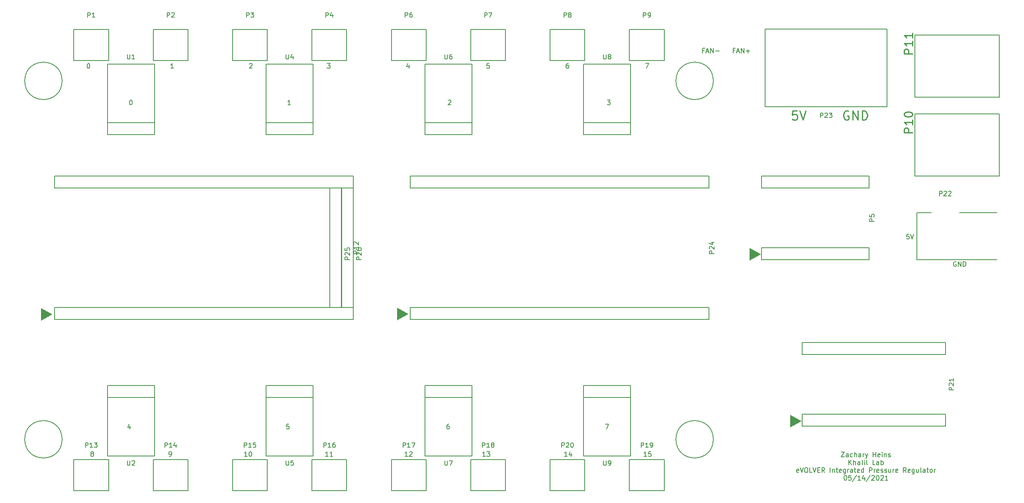
<source format=gbr>
G04 #@! TF.GenerationSoftware,KiCad,Pcbnew,(5.1.9-0-10_14)*
G04 #@! TF.CreationDate,2021-05-14T17:34:44-04:00*
G04 #@! TF.ProjectId,pressure_module,70726573-7375-4726-955f-6d6f64756c65,rev?*
G04 #@! TF.SameCoordinates,Original*
G04 #@! TF.FileFunction,Legend,Top*
G04 #@! TF.FilePolarity,Positive*
%FSLAX46Y46*%
G04 Gerber Fmt 4.6, Leading zero omitted, Abs format (unit mm)*
G04 Created by KiCad (PCBNEW (5.1.9-0-10_14)) date 2021-05-14 17:34:44*
%MOMM*%
%LPD*%
G01*
G04 APERTURE LIST*
%ADD10C,0.150000*%
%ADD11C,0.254000*%
%ADD12C,0.100000*%
%ADD13C,0.215900*%
G04 APERTURE END LIST*
D10*
X198825504Y-117043180D02*
X199492171Y-117043180D01*
X198825504Y-118043180D01*
X199492171Y-118043180D01*
X200301695Y-118043180D02*
X200301695Y-117519371D01*
X200254076Y-117424133D01*
X200158838Y-117376514D01*
X199968361Y-117376514D01*
X199873123Y-117424133D01*
X200301695Y-117995561D02*
X200206457Y-118043180D01*
X199968361Y-118043180D01*
X199873123Y-117995561D01*
X199825504Y-117900323D01*
X199825504Y-117805085D01*
X199873123Y-117709847D01*
X199968361Y-117662228D01*
X200206457Y-117662228D01*
X200301695Y-117614609D01*
X201206457Y-117995561D02*
X201111219Y-118043180D01*
X200920742Y-118043180D01*
X200825504Y-117995561D01*
X200777885Y-117947942D01*
X200730266Y-117852704D01*
X200730266Y-117566990D01*
X200777885Y-117471752D01*
X200825504Y-117424133D01*
X200920742Y-117376514D01*
X201111219Y-117376514D01*
X201206457Y-117424133D01*
X201635028Y-118043180D02*
X201635028Y-117043180D01*
X202063600Y-118043180D02*
X202063600Y-117519371D01*
X202015980Y-117424133D01*
X201920742Y-117376514D01*
X201777885Y-117376514D01*
X201682647Y-117424133D01*
X201635028Y-117471752D01*
X202968361Y-118043180D02*
X202968361Y-117519371D01*
X202920742Y-117424133D01*
X202825504Y-117376514D01*
X202635028Y-117376514D01*
X202539790Y-117424133D01*
X202968361Y-117995561D02*
X202873123Y-118043180D01*
X202635028Y-118043180D01*
X202539790Y-117995561D01*
X202492171Y-117900323D01*
X202492171Y-117805085D01*
X202539790Y-117709847D01*
X202635028Y-117662228D01*
X202873123Y-117662228D01*
X202968361Y-117614609D01*
X203444552Y-118043180D02*
X203444552Y-117376514D01*
X203444552Y-117566990D02*
X203492171Y-117471752D01*
X203539790Y-117424133D01*
X203635028Y-117376514D01*
X203730266Y-117376514D01*
X203968361Y-117376514D02*
X204206457Y-118043180D01*
X204444552Y-117376514D02*
X204206457Y-118043180D01*
X204111219Y-118281276D01*
X204063600Y-118328895D01*
X203968361Y-118376514D01*
X205587409Y-118043180D02*
X205587409Y-117043180D01*
X205587409Y-117519371D02*
X206158838Y-117519371D01*
X206158838Y-118043180D02*
X206158838Y-117043180D01*
X207015980Y-117995561D02*
X206920742Y-118043180D01*
X206730266Y-118043180D01*
X206635028Y-117995561D01*
X206587409Y-117900323D01*
X206587409Y-117519371D01*
X206635028Y-117424133D01*
X206730266Y-117376514D01*
X206920742Y-117376514D01*
X207015980Y-117424133D01*
X207063600Y-117519371D01*
X207063600Y-117614609D01*
X206587409Y-117709847D01*
X207492171Y-118043180D02*
X207492171Y-117376514D01*
X207492171Y-117043180D02*
X207444552Y-117090800D01*
X207492171Y-117138419D01*
X207539790Y-117090800D01*
X207492171Y-117043180D01*
X207492171Y-117138419D01*
X207968361Y-117376514D02*
X207968361Y-118043180D01*
X207968361Y-117471752D02*
X208015980Y-117424133D01*
X208111219Y-117376514D01*
X208254076Y-117376514D01*
X208349314Y-117424133D01*
X208396933Y-117519371D01*
X208396933Y-118043180D01*
X208825504Y-117995561D02*
X208920742Y-118043180D01*
X209111219Y-118043180D01*
X209206457Y-117995561D01*
X209254076Y-117900323D01*
X209254076Y-117852704D01*
X209206457Y-117757466D01*
X209111219Y-117709847D01*
X208968361Y-117709847D01*
X208873123Y-117662228D01*
X208825504Y-117566990D01*
X208825504Y-117519371D01*
X208873123Y-117424133D01*
X208968361Y-117376514D01*
X209111219Y-117376514D01*
X209206457Y-117424133D01*
X200444552Y-119693180D02*
X200444552Y-118693180D01*
X201015980Y-119693180D02*
X200587409Y-119121752D01*
X201015980Y-118693180D02*
X200444552Y-119264609D01*
X201444552Y-119693180D02*
X201444552Y-118693180D01*
X201873123Y-119693180D02*
X201873123Y-119169371D01*
X201825504Y-119074133D01*
X201730266Y-119026514D01*
X201587409Y-119026514D01*
X201492171Y-119074133D01*
X201444552Y-119121752D01*
X202777885Y-119693180D02*
X202777885Y-119169371D01*
X202730266Y-119074133D01*
X202635028Y-119026514D01*
X202444552Y-119026514D01*
X202349314Y-119074133D01*
X202777885Y-119645561D02*
X202682647Y-119693180D01*
X202444552Y-119693180D01*
X202349314Y-119645561D01*
X202301695Y-119550323D01*
X202301695Y-119455085D01*
X202349314Y-119359847D01*
X202444552Y-119312228D01*
X202682647Y-119312228D01*
X202777885Y-119264609D01*
X203396933Y-119693180D02*
X203301695Y-119645561D01*
X203254076Y-119550323D01*
X203254076Y-118693180D01*
X203777885Y-119693180D02*
X203777885Y-119026514D01*
X203777885Y-118693180D02*
X203730266Y-118740800D01*
X203777885Y-118788419D01*
X203825504Y-118740800D01*
X203777885Y-118693180D01*
X203777885Y-118788419D01*
X204396933Y-119693180D02*
X204301695Y-119645561D01*
X204254076Y-119550323D01*
X204254076Y-118693180D01*
X206015980Y-119693180D02*
X205539790Y-119693180D01*
X205539790Y-118693180D01*
X206777885Y-119693180D02*
X206777885Y-119169371D01*
X206730266Y-119074133D01*
X206635028Y-119026514D01*
X206444552Y-119026514D01*
X206349314Y-119074133D01*
X206777885Y-119645561D02*
X206682647Y-119693180D01*
X206444552Y-119693180D01*
X206349314Y-119645561D01*
X206301695Y-119550323D01*
X206301695Y-119455085D01*
X206349314Y-119359847D01*
X206444552Y-119312228D01*
X206682647Y-119312228D01*
X206777885Y-119264609D01*
X207254076Y-119693180D02*
X207254076Y-118693180D01*
X207254076Y-119074133D02*
X207349314Y-119026514D01*
X207539790Y-119026514D01*
X207635028Y-119074133D01*
X207682647Y-119121752D01*
X207730266Y-119216990D01*
X207730266Y-119502704D01*
X207682647Y-119597942D01*
X207635028Y-119645561D01*
X207539790Y-119693180D01*
X207349314Y-119693180D01*
X207254076Y-119645561D01*
X189754076Y-121295561D02*
X189658838Y-121343180D01*
X189468361Y-121343180D01*
X189373123Y-121295561D01*
X189325504Y-121200323D01*
X189325504Y-120819371D01*
X189373123Y-120724133D01*
X189468361Y-120676514D01*
X189658838Y-120676514D01*
X189754076Y-120724133D01*
X189801695Y-120819371D01*
X189801695Y-120914609D01*
X189325504Y-121009847D01*
X190087409Y-120343180D02*
X190420742Y-121343180D01*
X190754076Y-120343180D01*
X191277885Y-120343180D02*
X191468361Y-120343180D01*
X191563600Y-120390800D01*
X191658838Y-120486038D01*
X191706457Y-120676514D01*
X191706457Y-121009847D01*
X191658838Y-121200323D01*
X191563600Y-121295561D01*
X191468361Y-121343180D01*
X191277885Y-121343180D01*
X191182647Y-121295561D01*
X191087409Y-121200323D01*
X191039790Y-121009847D01*
X191039790Y-120676514D01*
X191087409Y-120486038D01*
X191182647Y-120390800D01*
X191277885Y-120343180D01*
X192611219Y-121343180D02*
X192135028Y-121343180D01*
X192135028Y-120343180D01*
X192801695Y-120343180D02*
X193135028Y-121343180D01*
X193468361Y-120343180D01*
X193801695Y-120819371D02*
X194135028Y-120819371D01*
X194277885Y-121343180D02*
X193801695Y-121343180D01*
X193801695Y-120343180D01*
X194277885Y-120343180D01*
X195277885Y-121343180D02*
X194944552Y-120866990D01*
X194706457Y-121343180D02*
X194706457Y-120343180D01*
X195087409Y-120343180D01*
X195182647Y-120390800D01*
X195230266Y-120438419D01*
X195277885Y-120533657D01*
X195277885Y-120676514D01*
X195230266Y-120771752D01*
X195182647Y-120819371D01*
X195087409Y-120866990D01*
X194706457Y-120866990D01*
X196468361Y-121343180D02*
X196468361Y-120343180D01*
X196944552Y-120676514D02*
X196944552Y-121343180D01*
X196944552Y-120771752D02*
X196992171Y-120724133D01*
X197087409Y-120676514D01*
X197230266Y-120676514D01*
X197325504Y-120724133D01*
X197373123Y-120819371D01*
X197373123Y-121343180D01*
X197706457Y-120676514D02*
X198087409Y-120676514D01*
X197849314Y-120343180D02*
X197849314Y-121200323D01*
X197896933Y-121295561D01*
X197992171Y-121343180D01*
X198087409Y-121343180D01*
X198801695Y-121295561D02*
X198706457Y-121343180D01*
X198515980Y-121343180D01*
X198420742Y-121295561D01*
X198373123Y-121200323D01*
X198373123Y-120819371D01*
X198420742Y-120724133D01*
X198515980Y-120676514D01*
X198706457Y-120676514D01*
X198801695Y-120724133D01*
X198849314Y-120819371D01*
X198849314Y-120914609D01*
X198373123Y-121009847D01*
X199706457Y-120676514D02*
X199706457Y-121486038D01*
X199658838Y-121581276D01*
X199611219Y-121628895D01*
X199515980Y-121676514D01*
X199373123Y-121676514D01*
X199277885Y-121628895D01*
X199706457Y-121295561D02*
X199611219Y-121343180D01*
X199420742Y-121343180D01*
X199325504Y-121295561D01*
X199277885Y-121247942D01*
X199230266Y-121152704D01*
X199230266Y-120866990D01*
X199277885Y-120771752D01*
X199325504Y-120724133D01*
X199420742Y-120676514D01*
X199611219Y-120676514D01*
X199706457Y-120724133D01*
X200182647Y-121343180D02*
X200182647Y-120676514D01*
X200182647Y-120866990D02*
X200230266Y-120771752D01*
X200277885Y-120724133D01*
X200373123Y-120676514D01*
X200468361Y-120676514D01*
X201230266Y-121343180D02*
X201230266Y-120819371D01*
X201182647Y-120724133D01*
X201087409Y-120676514D01*
X200896933Y-120676514D01*
X200801695Y-120724133D01*
X201230266Y-121295561D02*
X201135028Y-121343180D01*
X200896933Y-121343180D01*
X200801695Y-121295561D01*
X200754076Y-121200323D01*
X200754076Y-121105085D01*
X200801695Y-121009847D01*
X200896933Y-120962228D01*
X201135028Y-120962228D01*
X201230266Y-120914609D01*
X201563600Y-120676514D02*
X201944552Y-120676514D01*
X201706457Y-120343180D02*
X201706457Y-121200323D01*
X201754076Y-121295561D01*
X201849314Y-121343180D01*
X201944552Y-121343180D01*
X202658838Y-121295561D02*
X202563600Y-121343180D01*
X202373123Y-121343180D01*
X202277885Y-121295561D01*
X202230266Y-121200323D01*
X202230266Y-120819371D01*
X202277885Y-120724133D01*
X202373123Y-120676514D01*
X202563600Y-120676514D01*
X202658838Y-120724133D01*
X202706457Y-120819371D01*
X202706457Y-120914609D01*
X202230266Y-121009847D01*
X203563600Y-121343180D02*
X203563600Y-120343180D01*
X203563600Y-121295561D02*
X203468361Y-121343180D01*
X203277885Y-121343180D01*
X203182647Y-121295561D01*
X203135028Y-121247942D01*
X203087409Y-121152704D01*
X203087409Y-120866990D01*
X203135028Y-120771752D01*
X203182647Y-120724133D01*
X203277885Y-120676514D01*
X203468361Y-120676514D01*
X203563600Y-120724133D01*
X204801695Y-121343180D02*
X204801695Y-120343180D01*
X205182647Y-120343180D01*
X205277885Y-120390800D01*
X205325504Y-120438419D01*
X205373123Y-120533657D01*
X205373123Y-120676514D01*
X205325504Y-120771752D01*
X205277885Y-120819371D01*
X205182647Y-120866990D01*
X204801695Y-120866990D01*
X205801695Y-121343180D02*
X205801695Y-120676514D01*
X205801695Y-120866990D02*
X205849314Y-120771752D01*
X205896933Y-120724133D01*
X205992171Y-120676514D01*
X206087409Y-120676514D01*
X206801695Y-121295561D02*
X206706457Y-121343180D01*
X206515980Y-121343180D01*
X206420742Y-121295561D01*
X206373123Y-121200323D01*
X206373123Y-120819371D01*
X206420742Y-120724133D01*
X206515980Y-120676514D01*
X206706457Y-120676514D01*
X206801695Y-120724133D01*
X206849314Y-120819371D01*
X206849314Y-120914609D01*
X206373123Y-121009847D01*
X207230266Y-121295561D02*
X207325504Y-121343180D01*
X207515980Y-121343180D01*
X207611219Y-121295561D01*
X207658838Y-121200323D01*
X207658838Y-121152704D01*
X207611219Y-121057466D01*
X207515980Y-121009847D01*
X207373123Y-121009847D01*
X207277885Y-120962228D01*
X207230266Y-120866990D01*
X207230266Y-120819371D01*
X207277885Y-120724133D01*
X207373123Y-120676514D01*
X207515980Y-120676514D01*
X207611219Y-120724133D01*
X208039790Y-121295561D02*
X208135028Y-121343180D01*
X208325504Y-121343180D01*
X208420742Y-121295561D01*
X208468361Y-121200323D01*
X208468361Y-121152704D01*
X208420742Y-121057466D01*
X208325504Y-121009847D01*
X208182647Y-121009847D01*
X208087409Y-120962228D01*
X208039790Y-120866990D01*
X208039790Y-120819371D01*
X208087409Y-120724133D01*
X208182647Y-120676514D01*
X208325504Y-120676514D01*
X208420742Y-120724133D01*
X209325504Y-120676514D02*
X209325504Y-121343180D01*
X208896933Y-120676514D02*
X208896933Y-121200323D01*
X208944552Y-121295561D01*
X209039790Y-121343180D01*
X209182647Y-121343180D01*
X209277885Y-121295561D01*
X209325504Y-121247942D01*
X209801695Y-121343180D02*
X209801695Y-120676514D01*
X209801695Y-120866990D02*
X209849314Y-120771752D01*
X209896933Y-120724133D01*
X209992171Y-120676514D01*
X210087409Y-120676514D01*
X210801695Y-121295561D02*
X210706457Y-121343180D01*
X210515980Y-121343180D01*
X210420742Y-121295561D01*
X210373123Y-121200323D01*
X210373123Y-120819371D01*
X210420742Y-120724133D01*
X210515980Y-120676514D01*
X210706457Y-120676514D01*
X210801695Y-120724133D01*
X210849314Y-120819371D01*
X210849314Y-120914609D01*
X210373123Y-121009847D01*
X212611219Y-121343180D02*
X212277885Y-120866990D01*
X212039790Y-121343180D02*
X212039790Y-120343180D01*
X212420742Y-120343180D01*
X212515980Y-120390800D01*
X212563600Y-120438419D01*
X212611219Y-120533657D01*
X212611219Y-120676514D01*
X212563600Y-120771752D01*
X212515980Y-120819371D01*
X212420742Y-120866990D01*
X212039790Y-120866990D01*
X213420742Y-121295561D02*
X213325504Y-121343180D01*
X213135028Y-121343180D01*
X213039790Y-121295561D01*
X212992171Y-121200323D01*
X212992171Y-120819371D01*
X213039790Y-120724133D01*
X213135028Y-120676514D01*
X213325504Y-120676514D01*
X213420742Y-120724133D01*
X213468361Y-120819371D01*
X213468361Y-120914609D01*
X212992171Y-121009847D01*
X214325504Y-120676514D02*
X214325504Y-121486038D01*
X214277885Y-121581276D01*
X214230266Y-121628895D01*
X214135028Y-121676514D01*
X213992171Y-121676514D01*
X213896933Y-121628895D01*
X214325504Y-121295561D02*
X214230266Y-121343180D01*
X214039790Y-121343180D01*
X213944552Y-121295561D01*
X213896933Y-121247942D01*
X213849314Y-121152704D01*
X213849314Y-120866990D01*
X213896933Y-120771752D01*
X213944552Y-120724133D01*
X214039790Y-120676514D01*
X214230266Y-120676514D01*
X214325504Y-120724133D01*
X215230266Y-120676514D02*
X215230266Y-121343180D01*
X214801695Y-120676514D02*
X214801695Y-121200323D01*
X214849314Y-121295561D01*
X214944552Y-121343180D01*
X215087409Y-121343180D01*
X215182647Y-121295561D01*
X215230266Y-121247942D01*
X215849314Y-121343180D02*
X215754076Y-121295561D01*
X215706457Y-121200323D01*
X215706457Y-120343180D01*
X216658838Y-121343180D02*
X216658838Y-120819371D01*
X216611219Y-120724133D01*
X216515980Y-120676514D01*
X216325504Y-120676514D01*
X216230266Y-120724133D01*
X216658838Y-121295561D02*
X216563600Y-121343180D01*
X216325504Y-121343180D01*
X216230266Y-121295561D01*
X216182647Y-121200323D01*
X216182647Y-121105085D01*
X216230266Y-121009847D01*
X216325504Y-120962228D01*
X216563600Y-120962228D01*
X216658838Y-120914609D01*
X216992171Y-120676514D02*
X217373123Y-120676514D01*
X217135028Y-120343180D02*
X217135028Y-121200323D01*
X217182647Y-121295561D01*
X217277885Y-121343180D01*
X217373123Y-121343180D01*
X217849314Y-121343180D02*
X217754076Y-121295561D01*
X217706457Y-121247942D01*
X217658838Y-121152704D01*
X217658838Y-120866990D01*
X217706457Y-120771752D01*
X217754076Y-120724133D01*
X217849314Y-120676514D01*
X217992171Y-120676514D01*
X218087409Y-120724133D01*
X218135028Y-120771752D01*
X218182647Y-120866990D01*
X218182647Y-121152704D01*
X218135028Y-121247942D01*
X218087409Y-121295561D01*
X217992171Y-121343180D01*
X217849314Y-121343180D01*
X218611219Y-121343180D02*
X218611219Y-120676514D01*
X218611219Y-120866990D02*
X218658838Y-120771752D01*
X218706457Y-120724133D01*
X218801695Y-120676514D01*
X218896933Y-120676514D01*
X199635028Y-121993180D02*
X199730266Y-121993180D01*
X199825504Y-122040800D01*
X199873123Y-122088419D01*
X199920742Y-122183657D01*
X199968361Y-122374133D01*
X199968361Y-122612228D01*
X199920742Y-122802704D01*
X199873123Y-122897942D01*
X199825504Y-122945561D01*
X199730266Y-122993180D01*
X199635028Y-122993180D01*
X199539790Y-122945561D01*
X199492171Y-122897942D01*
X199444552Y-122802704D01*
X199396933Y-122612228D01*
X199396933Y-122374133D01*
X199444552Y-122183657D01*
X199492171Y-122088419D01*
X199539790Y-122040800D01*
X199635028Y-121993180D01*
X200873123Y-121993180D02*
X200396933Y-121993180D01*
X200349314Y-122469371D01*
X200396933Y-122421752D01*
X200492171Y-122374133D01*
X200730266Y-122374133D01*
X200825504Y-122421752D01*
X200873123Y-122469371D01*
X200920742Y-122564609D01*
X200920742Y-122802704D01*
X200873123Y-122897942D01*
X200825504Y-122945561D01*
X200730266Y-122993180D01*
X200492171Y-122993180D01*
X200396933Y-122945561D01*
X200349314Y-122897942D01*
X202063600Y-121945561D02*
X201206457Y-123231276D01*
X202920742Y-122993180D02*
X202349314Y-122993180D01*
X202635028Y-122993180D02*
X202635028Y-121993180D01*
X202539790Y-122136038D01*
X202444552Y-122231276D01*
X202349314Y-122278895D01*
X203777885Y-122326514D02*
X203777885Y-122993180D01*
X203539790Y-121945561D02*
X203301695Y-122659847D01*
X203920742Y-122659847D01*
X205015980Y-121945561D02*
X204158838Y-123231276D01*
X205301695Y-122088419D02*
X205349314Y-122040800D01*
X205444552Y-121993180D01*
X205682647Y-121993180D01*
X205777885Y-122040800D01*
X205825504Y-122088419D01*
X205873123Y-122183657D01*
X205873123Y-122278895D01*
X205825504Y-122421752D01*
X205254076Y-122993180D01*
X205873123Y-122993180D01*
X206492171Y-121993180D02*
X206587409Y-121993180D01*
X206682647Y-122040800D01*
X206730266Y-122088419D01*
X206777885Y-122183657D01*
X206825504Y-122374133D01*
X206825504Y-122612228D01*
X206777885Y-122802704D01*
X206730266Y-122897942D01*
X206682647Y-122945561D01*
X206587409Y-122993180D01*
X206492171Y-122993180D01*
X206396933Y-122945561D01*
X206349314Y-122897942D01*
X206301695Y-122802704D01*
X206254076Y-122612228D01*
X206254076Y-122374133D01*
X206301695Y-122183657D01*
X206349314Y-122088419D01*
X206396933Y-122040800D01*
X206492171Y-121993180D01*
X207206457Y-122088419D02*
X207254076Y-122040800D01*
X207349314Y-121993180D01*
X207587409Y-121993180D01*
X207682647Y-122040800D01*
X207730266Y-122088419D01*
X207777885Y-122183657D01*
X207777885Y-122278895D01*
X207730266Y-122421752D01*
X207158838Y-122993180D01*
X207777885Y-122993180D01*
X208730266Y-122993180D02*
X208158838Y-122993180D01*
X208444552Y-122993180D02*
X208444552Y-121993180D01*
X208349314Y-122136038D01*
X208254076Y-122231276D01*
X208158838Y-122278895D01*
X148663066Y-111059980D02*
X149329733Y-111059980D01*
X148901161Y-112059980D01*
X115430276Y-111110780D02*
X115239800Y-111110780D01*
X115144561Y-111158400D01*
X115096942Y-111206019D01*
X115001704Y-111348876D01*
X114954085Y-111539352D01*
X114954085Y-111920304D01*
X115001704Y-112015542D01*
X115049323Y-112063161D01*
X115144561Y-112110780D01*
X115335038Y-112110780D01*
X115430276Y-112063161D01*
X115477895Y-112015542D01*
X115525514Y-111920304D01*
X115525514Y-111682209D01*
X115477895Y-111586971D01*
X115430276Y-111539352D01*
X115335038Y-111491733D01*
X115144561Y-111491733D01*
X115049323Y-111539352D01*
X115001704Y-111586971D01*
X114954085Y-111682209D01*
X81391095Y-111110780D02*
X80914904Y-111110780D01*
X80867285Y-111586971D01*
X80914904Y-111539352D01*
X81010142Y-111491733D01*
X81248238Y-111491733D01*
X81343476Y-111539352D01*
X81391095Y-111586971D01*
X81438714Y-111682209D01*
X81438714Y-111920304D01*
X81391095Y-112015542D01*
X81343476Y-112063161D01*
X81248238Y-112110780D01*
X81010142Y-112110780D01*
X80914904Y-112063161D01*
X80867285Y-112015542D01*
X47612276Y-111444114D02*
X47612276Y-112110780D01*
X47374180Y-111063161D02*
X47136085Y-111777447D01*
X47755133Y-111777447D01*
X149069466Y-42175180D02*
X149688514Y-42175180D01*
X149355180Y-42556133D01*
X149498038Y-42556133D01*
X149593276Y-42603752D01*
X149640895Y-42651371D01*
X149688514Y-42746609D01*
X149688514Y-42984704D01*
X149640895Y-43079942D01*
X149593276Y-43127561D01*
X149498038Y-43175180D01*
X149212323Y-43175180D01*
X149117085Y-43127561D01*
X149069466Y-43079942D01*
X115258885Y-42270419D02*
X115306504Y-42222800D01*
X115401742Y-42175180D01*
X115639838Y-42175180D01*
X115735076Y-42222800D01*
X115782695Y-42270419D01*
X115830314Y-42365657D01*
X115830314Y-42460895D01*
X115782695Y-42603752D01*
X115211266Y-43175180D01*
X115830314Y-43175180D01*
X81743514Y-43175180D02*
X81172085Y-43175180D01*
X81457800Y-43175180D02*
X81457800Y-42175180D01*
X81362561Y-42318038D01*
X81267323Y-42413276D01*
X81172085Y-42460895D01*
X47755180Y-42175180D02*
X47850419Y-42175180D01*
X47945657Y-42222800D01*
X47993276Y-42270419D01*
X48040895Y-42365657D01*
X48088514Y-42556133D01*
X48088514Y-42794228D01*
X48040895Y-42984704D01*
X47993276Y-43079942D01*
X47945657Y-43127561D01*
X47850419Y-43175180D01*
X47755180Y-43175180D01*
X47659942Y-43127561D01*
X47612323Y-43079942D01*
X47564704Y-42984704D01*
X47517085Y-42794228D01*
X47517085Y-42556133D01*
X47564704Y-42365657D01*
X47612323Y-42270419D01*
X47659942Y-42222800D01*
X47755180Y-42175180D01*
X38738180Y-34402780D02*
X38833419Y-34402780D01*
X38928657Y-34450400D01*
X38976276Y-34498019D01*
X39023895Y-34593257D01*
X39071514Y-34783733D01*
X39071514Y-35021828D01*
X39023895Y-35212304D01*
X38976276Y-35307542D01*
X38928657Y-35355161D01*
X38833419Y-35402780D01*
X38738180Y-35402780D01*
X38642942Y-35355161D01*
X38595323Y-35307542D01*
X38547704Y-35212304D01*
X38500085Y-35021828D01*
X38500085Y-34783733D01*
X38547704Y-34593257D01*
X38595323Y-34498019D01*
X38642942Y-34450400D01*
X38738180Y-34402780D01*
X157441923Y-117927380D02*
X156870495Y-117927380D01*
X157156209Y-117927380D02*
X157156209Y-116927380D01*
X157060971Y-117070238D01*
X156965733Y-117165476D01*
X156870495Y-117213095D01*
X158346685Y-116927380D02*
X157870495Y-116927380D01*
X157822876Y-117403571D01*
X157870495Y-117355952D01*
X157965733Y-117308333D01*
X158203828Y-117308333D01*
X158299066Y-117355952D01*
X158346685Y-117403571D01*
X158394304Y-117498809D01*
X158394304Y-117736904D01*
X158346685Y-117832142D01*
X158299066Y-117879761D01*
X158203828Y-117927380D01*
X157965733Y-117927380D01*
X157870495Y-117879761D01*
X157822876Y-117832142D01*
X140550923Y-117927380D02*
X139979495Y-117927380D01*
X140265209Y-117927380D02*
X140265209Y-116927380D01*
X140169971Y-117070238D01*
X140074733Y-117165476D01*
X139979495Y-117213095D01*
X141408066Y-117260714D02*
X141408066Y-117927380D01*
X141169971Y-116879761D02*
X140931876Y-117594047D01*
X141550923Y-117594047D01*
X123151923Y-117927380D02*
X122580495Y-117927380D01*
X122866209Y-117927380D02*
X122866209Y-116927380D01*
X122770971Y-117070238D01*
X122675733Y-117165476D01*
X122580495Y-117213095D01*
X123485257Y-116927380D02*
X124104304Y-116927380D01*
X123770971Y-117308333D01*
X123913828Y-117308333D01*
X124009066Y-117355952D01*
X124056685Y-117403571D01*
X124104304Y-117498809D01*
X124104304Y-117736904D01*
X124056685Y-117832142D01*
X124009066Y-117879761D01*
X123913828Y-117927380D01*
X123628114Y-117927380D01*
X123532876Y-117879761D01*
X123485257Y-117832142D01*
X106641923Y-117927380D02*
X106070495Y-117927380D01*
X106356209Y-117927380D02*
X106356209Y-116927380D01*
X106260971Y-117070238D01*
X106165733Y-117165476D01*
X106070495Y-117213095D01*
X107022876Y-117022619D02*
X107070495Y-116975000D01*
X107165733Y-116927380D01*
X107403828Y-116927380D01*
X107499066Y-116975000D01*
X107546685Y-117022619D01*
X107594304Y-117117857D01*
X107594304Y-117213095D01*
X107546685Y-117355952D01*
X106975257Y-117927380D01*
X107594304Y-117927380D01*
X89750923Y-117927380D02*
X89179495Y-117927380D01*
X89465209Y-117927380D02*
X89465209Y-116927380D01*
X89369971Y-117070238D01*
X89274733Y-117165476D01*
X89179495Y-117213095D01*
X90703304Y-117927380D02*
X90131876Y-117927380D01*
X90417590Y-117927380D02*
X90417590Y-116927380D01*
X90322352Y-117070238D01*
X90227114Y-117165476D01*
X90131876Y-117213095D01*
X72529723Y-117927380D02*
X71958295Y-117927380D01*
X72244009Y-117927380D02*
X72244009Y-116927380D01*
X72148771Y-117070238D01*
X72053533Y-117165476D01*
X71958295Y-117213095D01*
X73148771Y-116927380D02*
X73244009Y-116927380D01*
X73339247Y-116975000D01*
X73386866Y-117022619D01*
X73434485Y-117117857D01*
X73482104Y-117308333D01*
X73482104Y-117546428D01*
X73434485Y-117736904D01*
X73386866Y-117832142D01*
X73339247Y-117879761D01*
X73244009Y-117927380D01*
X73148771Y-117927380D01*
X73053533Y-117879761D01*
X73005914Y-117832142D01*
X72958295Y-117736904D01*
X72910676Y-117546428D01*
X72910676Y-117308333D01*
X72958295Y-117117857D01*
X73005914Y-117022619D01*
X73053533Y-116975000D01*
X73148771Y-116927380D01*
X55968923Y-117927380D02*
X56159400Y-117927380D01*
X56254638Y-117879761D01*
X56302257Y-117832142D01*
X56397495Y-117689285D01*
X56445114Y-117498809D01*
X56445114Y-117117857D01*
X56397495Y-117022619D01*
X56349876Y-116975000D01*
X56254638Y-116927380D01*
X56064161Y-116927380D01*
X55968923Y-116975000D01*
X55921304Y-117022619D01*
X55873685Y-117117857D01*
X55873685Y-117355952D01*
X55921304Y-117451190D01*
X55968923Y-117498809D01*
X56064161Y-117546428D01*
X56254638Y-117546428D01*
X56349876Y-117498809D01*
X56397495Y-117451190D01*
X56445114Y-117355952D01*
X39477961Y-117355952D02*
X39382723Y-117308333D01*
X39335104Y-117260714D01*
X39287485Y-117165476D01*
X39287485Y-117117857D01*
X39335104Y-117022619D01*
X39382723Y-116975000D01*
X39477961Y-116927380D01*
X39668438Y-116927380D01*
X39763676Y-116975000D01*
X39811295Y-117022619D01*
X39858914Y-117117857D01*
X39858914Y-117165476D01*
X39811295Y-117260714D01*
X39763676Y-117308333D01*
X39668438Y-117355952D01*
X39477961Y-117355952D01*
X39382723Y-117403571D01*
X39335104Y-117451190D01*
X39287485Y-117546428D01*
X39287485Y-117736904D01*
X39335104Y-117832142D01*
X39382723Y-117879761D01*
X39477961Y-117927380D01*
X39668438Y-117927380D01*
X39763676Y-117879761D01*
X39811295Y-117832142D01*
X39858914Y-117736904D01*
X39858914Y-117546428D01*
X39811295Y-117451190D01*
X39763676Y-117403571D01*
X39668438Y-117355952D01*
X157197466Y-34402780D02*
X157864133Y-34402780D01*
X157435561Y-35402780D01*
X140804876Y-34402780D02*
X140614400Y-34402780D01*
X140519161Y-34450400D01*
X140471542Y-34498019D01*
X140376304Y-34640876D01*
X140328685Y-34831352D01*
X140328685Y-35212304D01*
X140376304Y-35307542D01*
X140423923Y-35355161D01*
X140519161Y-35402780D01*
X140709638Y-35402780D01*
X140804876Y-35355161D01*
X140852495Y-35307542D01*
X140900114Y-35212304D01*
X140900114Y-34974209D01*
X140852495Y-34878971D01*
X140804876Y-34831352D01*
X140709638Y-34783733D01*
X140519161Y-34783733D01*
X140423923Y-34831352D01*
X140376304Y-34878971D01*
X140328685Y-34974209D01*
X123986895Y-34402780D02*
X123510704Y-34402780D01*
X123463085Y-34878971D01*
X123510704Y-34831352D01*
X123605942Y-34783733D01*
X123844038Y-34783733D01*
X123939276Y-34831352D01*
X123986895Y-34878971D01*
X124034514Y-34974209D01*
X124034514Y-35212304D01*
X123986895Y-35307542D01*
X123939276Y-35355161D01*
X123844038Y-35402780D01*
X123605942Y-35402780D01*
X123510704Y-35355161D01*
X123463085Y-35307542D01*
X106921276Y-34736114D02*
X106921276Y-35402780D01*
X106683180Y-34355161D02*
X106445085Y-35069447D01*
X107064133Y-35069447D01*
X89531866Y-34402780D02*
X90150914Y-34402780D01*
X89817580Y-34783733D01*
X89960438Y-34783733D01*
X90055676Y-34831352D01*
X90103295Y-34878971D01*
X90150914Y-34974209D01*
X90150914Y-35212304D01*
X90103295Y-35307542D01*
X90055676Y-35355161D01*
X89960438Y-35402780D01*
X89674723Y-35402780D01*
X89579485Y-35355161D01*
X89531866Y-35307542D01*
X73018685Y-34498019D02*
X73066304Y-34450400D01*
X73161542Y-34402780D01*
X73399638Y-34402780D01*
X73494876Y-34450400D01*
X73542495Y-34498019D01*
X73590114Y-34593257D01*
X73590114Y-34688495D01*
X73542495Y-34831352D01*
X72971066Y-35402780D01*
X73590114Y-35402780D01*
X56876914Y-35402780D02*
X56305485Y-35402780D01*
X56591200Y-35402780D02*
X56591200Y-34402780D01*
X56495961Y-34545638D01*
X56400723Y-34640876D01*
X56305485Y-34688495D01*
X223215295Y-76589000D02*
X223120057Y-76541380D01*
X222977200Y-76541380D01*
X222834342Y-76589000D01*
X222739104Y-76684238D01*
X222691485Y-76779476D01*
X222643866Y-76969952D01*
X222643866Y-77112809D01*
X222691485Y-77303285D01*
X222739104Y-77398523D01*
X222834342Y-77493761D01*
X222977200Y-77541380D01*
X223072438Y-77541380D01*
X223215295Y-77493761D01*
X223262914Y-77446142D01*
X223262914Y-77112809D01*
X223072438Y-77112809D01*
X223691485Y-77541380D02*
X223691485Y-76541380D01*
X224262914Y-77541380D01*
X224262914Y-76541380D01*
X224739104Y-77541380D02*
X224739104Y-76541380D01*
X224977200Y-76541380D01*
X225120057Y-76589000D01*
X225215295Y-76684238D01*
X225262914Y-76779476D01*
X225310533Y-76969952D01*
X225310533Y-77112809D01*
X225262914Y-77303285D01*
X225215295Y-77398523D01*
X225120057Y-77493761D01*
X224977200Y-77541380D01*
X224739104Y-77541380D01*
X213220323Y-70699380D02*
X212744133Y-70699380D01*
X212696514Y-71175571D01*
X212744133Y-71127952D01*
X212839371Y-71080333D01*
X213077466Y-71080333D01*
X213172704Y-71127952D01*
X213220323Y-71175571D01*
X213267942Y-71270809D01*
X213267942Y-71508904D01*
X213220323Y-71604142D01*
X213172704Y-71651761D01*
X213077466Y-71699380D01*
X212839371Y-71699380D01*
X212744133Y-71651761D01*
X212696514Y-71604142D01*
X213553657Y-70699380D02*
X213886990Y-71699380D01*
X214220323Y-70699380D01*
D11*
X200351571Y-44564300D02*
X200170142Y-44473585D01*
X199898000Y-44473585D01*
X199625857Y-44564300D01*
X199444428Y-44745728D01*
X199353714Y-44927157D01*
X199263000Y-45290014D01*
X199263000Y-45562157D01*
X199353714Y-45925014D01*
X199444428Y-46106442D01*
X199625857Y-46287871D01*
X199898000Y-46378585D01*
X200079428Y-46378585D01*
X200351571Y-46287871D01*
X200442285Y-46197157D01*
X200442285Y-45562157D01*
X200079428Y-45562157D01*
X201258714Y-46378585D02*
X201258714Y-44473585D01*
X202347285Y-46378585D01*
X202347285Y-44473585D01*
X203254428Y-46378585D02*
X203254428Y-44473585D01*
X203708000Y-44473585D01*
X203980142Y-44564300D01*
X204161571Y-44745728D01*
X204252285Y-44927157D01*
X204343000Y-45290014D01*
X204343000Y-45562157D01*
X204252285Y-45925014D01*
X204161571Y-46106442D01*
X203980142Y-46287871D01*
X203708000Y-46378585D01*
X203254428Y-46378585D01*
X189375142Y-44473585D02*
X188468000Y-44473585D01*
X188377285Y-45380728D01*
X188468000Y-45290014D01*
X188649428Y-45199300D01*
X189103000Y-45199300D01*
X189284428Y-45290014D01*
X189375142Y-45380728D01*
X189465857Y-45562157D01*
X189465857Y-46015728D01*
X189375142Y-46197157D01*
X189284428Y-46287871D01*
X189103000Y-46378585D01*
X188649428Y-46378585D01*
X188468000Y-46287871D01*
X188377285Y-46197157D01*
X190010142Y-44473585D02*
X190645142Y-46378585D01*
X191280142Y-44473585D01*
D12*
G36*
X106654600Y-87655400D02*
G01*
X104368600Y-88925400D01*
X104368600Y-86385400D01*
X106654600Y-87655400D01*
G37*
X106654600Y-87655400D02*
X104368600Y-88925400D01*
X104368600Y-86385400D01*
X106654600Y-87655400D01*
G36*
X31013400Y-87731600D02*
G01*
X28727400Y-89001600D01*
X28727400Y-86461600D01*
X31013400Y-87731600D01*
G37*
X31013400Y-87731600D02*
X28727400Y-89001600D01*
X28727400Y-86461600D01*
X31013400Y-87731600D01*
G36*
X190246000Y-110363000D02*
G01*
X187960000Y-111633000D01*
X187960000Y-109093000D01*
X190246000Y-110363000D01*
G37*
X190246000Y-110363000D02*
X187960000Y-111633000D01*
X187960000Y-109093000D01*
X190246000Y-110363000D01*
G36*
X181610000Y-74930000D02*
G01*
X179324000Y-76200000D01*
X179324000Y-73660000D01*
X181610000Y-74930000D01*
G37*
X181610000Y-74930000D02*
X179324000Y-76200000D01*
X179324000Y-73660000D01*
X181610000Y-74930000D01*
D10*
X169665828Y-31627771D02*
X169332495Y-31627771D01*
X169332495Y-32151580D02*
X169332495Y-31151580D01*
X169808685Y-31151580D01*
X170142019Y-31865866D02*
X170618209Y-31865866D01*
X170046780Y-32151580D02*
X170380114Y-31151580D01*
X170713447Y-32151580D01*
X171046780Y-32151580D02*
X171046780Y-31151580D01*
X171618209Y-32151580D01*
X171618209Y-31151580D01*
X172094400Y-31770628D02*
X172856304Y-31770628D01*
X176168228Y-31627771D02*
X175834895Y-31627771D01*
X175834895Y-32151580D02*
X175834895Y-31151580D01*
X176311085Y-31151580D01*
X176644419Y-31865866D02*
X177120609Y-31865866D01*
X176549180Y-32151580D02*
X176882514Y-31151580D01*
X177215847Y-32151580D01*
X177549180Y-32151580D02*
X177549180Y-31151580D01*
X178120609Y-32151580D01*
X178120609Y-31151580D01*
X178596800Y-31770628D02*
X179358704Y-31770628D01*
X178977752Y-32151580D02*
X178977752Y-31389676D01*
G04 #@! TO.C,P24*
X170688000Y-88836500D02*
X170688000Y-86296500D01*
X107188000Y-88836500D02*
X107188000Y-86296500D01*
X170688000Y-86296500D02*
X107188000Y-86296500D01*
X107188000Y-88836500D02*
X170688000Y-88836500D01*
X107188000Y-60896500D02*
X170688000Y-60896500D01*
X170688000Y-58356500D02*
X107188000Y-58356500D01*
X107188000Y-60896500D02*
X107188000Y-58356500D01*
X170688000Y-60896500D02*
X170688000Y-58356500D01*
G04 #@! TO.C,H3*
X171609887Y-38100000D02*
G75*
G03*
X171609887Y-38100000I-3969887J0D01*
G01*
G04 #@! TO.C,H2*
X33179887Y-114300000D02*
G75*
G03*
X33179887Y-114300000I-3969887J0D01*
G01*
G04 #@! TO.C,H1*
X33179887Y-38100000D02*
G75*
G03*
X33179887Y-38100000I-3969887J0D01*
G01*
G04 #@! TO.C,U8*
X154039942Y-46990000D02*
X144039942Y-46990000D01*
X144039942Y-49530000D02*
X144039942Y-34510000D01*
X154039942Y-49530000D02*
X154039942Y-34510000D01*
X154039942Y-34510000D02*
X144039942Y-34510000D01*
X154039942Y-49530000D02*
X144039942Y-49530000D01*
G04 #@! TO.C,U1*
X52802800Y-46990000D02*
X42802800Y-46990000D01*
X42802800Y-49530000D02*
X42802800Y-34510000D01*
X52802800Y-49530000D02*
X52802800Y-34510000D01*
X52802800Y-34510000D02*
X42802800Y-34510000D01*
X52802800Y-49530000D02*
X42802800Y-49530000D01*
G04 #@! TO.C,P12*
X95054420Y-88841580D02*
X95054420Y-86301580D01*
X31554420Y-88841580D02*
X31554420Y-86301580D01*
X95054420Y-86301580D02*
X31554420Y-86301580D01*
X31554420Y-88841580D02*
X95054420Y-88841580D01*
X31554420Y-60901580D02*
X95054420Y-60901580D01*
X95054420Y-58361580D02*
X31554420Y-58361580D01*
X31554420Y-60901580D02*
X31554420Y-58361580D01*
X95054420Y-60901580D02*
X95054420Y-58361580D01*
G04 #@! TO.C,U6*
X120294228Y-46990000D02*
X110294228Y-46990000D01*
X110294228Y-49530000D02*
X110294228Y-34510000D01*
X120294228Y-49530000D02*
X120294228Y-34510000D01*
X120294228Y-34510000D02*
X110294228Y-34510000D01*
X120294228Y-49530000D02*
X110294228Y-49530000D01*
G04 #@! TO.C,P21*
X190500000Y-111506000D02*
X190500000Y-108966000D01*
X220980000Y-111506000D02*
X220980000Y-108966000D01*
X215900000Y-108966000D02*
X190500000Y-108966000D01*
X190500000Y-111506000D02*
X215900000Y-111506000D01*
X220980000Y-108966000D02*
X215900000Y-108966000D01*
X215900000Y-111506000D02*
X220980000Y-111506000D01*
X215900000Y-96266000D02*
X220980000Y-96266000D01*
X220980000Y-93726000D02*
X215900000Y-93726000D01*
X190500000Y-96266000D02*
X215900000Y-96266000D01*
X215900000Y-93726000D02*
X190500000Y-93726000D01*
X220980000Y-96266000D02*
X220980000Y-93726000D01*
X190500000Y-96266000D02*
X190500000Y-93726000D01*
G04 #@! TO.C,P5*
X181864000Y-73596500D02*
X181864000Y-76136500D01*
X204724000Y-73596500D02*
X181864000Y-73596500D01*
X204724000Y-76136500D02*
X204724000Y-73596500D01*
X181864000Y-76136500D02*
X204724000Y-76136500D01*
X181864000Y-58356500D02*
X181864000Y-60896500D01*
X204724000Y-58356500D02*
X181864000Y-58356500D01*
X204724000Y-60896500D02*
X204724000Y-58356500D01*
X181864000Y-60896500D02*
X204724000Y-60896500D01*
G04 #@! TO.C,P11*
X214428700Y-41560560D02*
X232428700Y-41560560D01*
X214428700Y-41560560D02*
X214428700Y-28360560D01*
X214428700Y-28360560D02*
X232428700Y-28360560D01*
X232428700Y-41560560D02*
X232428700Y-28360560D01*
G04 #@! TO.C,P10*
X214428700Y-58299160D02*
X232428700Y-58299160D01*
X214428700Y-58299160D02*
X214428700Y-45099160D01*
X214428700Y-45099160D02*
X232428700Y-45099160D01*
X232428700Y-58299160D02*
X232428700Y-45099160D01*
G04 #@! TO.C,P22*
X214903800Y-76094600D02*
X231903800Y-76094600D01*
X214903800Y-66094600D02*
X214903800Y-76094600D01*
X214903800Y-66094600D02*
X217903800Y-66094600D01*
X223903800Y-66094600D02*
X231903800Y-66094600D01*
G04 #@! TO.C,P25*
X92583000Y-86296500D02*
X90043000Y-86296500D01*
X92583000Y-60896500D02*
X90043000Y-60896500D01*
X90043000Y-60896500D02*
X90043000Y-86296500D01*
X92583000Y-86296500D02*
X92583000Y-60896500D01*
G04 #@! TO.C,P26*
X95059500Y-86296500D02*
X92519500Y-86296500D01*
X95059500Y-60896500D02*
X92519500Y-60896500D01*
X92519500Y-60896500D02*
X92519500Y-86296500D01*
X95059500Y-86296500D02*
X95059500Y-60896500D01*
G04 #@! TO.C,U2*
X42802800Y-105410000D02*
X52802800Y-105410000D01*
X52802800Y-102870000D02*
X52802800Y-117890000D01*
X42802800Y-102870000D02*
X42802800Y-117890000D01*
X42802800Y-117890000D02*
X52802800Y-117890000D01*
X42802800Y-102870000D02*
X52802800Y-102870000D01*
G04 #@! TO.C,U4*
X86548514Y-46990000D02*
X76548514Y-46990000D01*
X76548514Y-49530000D02*
X76548514Y-34510000D01*
X86548514Y-49530000D02*
X86548514Y-34510000D01*
X86548514Y-34510000D02*
X76548514Y-34510000D01*
X86548514Y-49530000D02*
X76548514Y-49530000D01*
G04 #@! TO.C,U5*
X76548514Y-105410000D02*
X86548514Y-105410000D01*
X86548514Y-102870000D02*
X86548514Y-117890000D01*
X76548514Y-102870000D02*
X76548514Y-117890000D01*
X76548514Y-117890000D02*
X86548514Y-117890000D01*
X76548514Y-102870000D02*
X86548514Y-102870000D01*
G04 #@! TO.C,U7*
X110294228Y-105410000D02*
X120294228Y-105410000D01*
X120294228Y-102870000D02*
X120294228Y-117890000D01*
X110294228Y-102870000D02*
X110294228Y-117890000D01*
X110294228Y-117890000D02*
X120294228Y-117890000D01*
X110294228Y-102870000D02*
X120294228Y-102870000D01*
G04 #@! TO.C,U9*
X144039942Y-105410000D02*
X154039942Y-105410000D01*
X154039942Y-102870000D02*
X154039942Y-117890000D01*
X144039942Y-102870000D02*
X144039942Y-117890000D01*
X144039942Y-117890000D02*
X154039942Y-117890000D01*
X144039942Y-102870000D02*
X154039942Y-102870000D01*
G04 #@! TO.C,P1*
X43060000Y-27180000D02*
X35680000Y-27180000D01*
X43060000Y-33780000D02*
X35680000Y-33780000D01*
X43060000Y-33780000D02*
X43060000Y-27180000D01*
X35680000Y-27180000D02*
X35680000Y-33780000D01*
G04 #@! TO.C,P2*
X59932857Y-27180000D02*
X52552857Y-27180000D01*
X59932857Y-33780000D02*
X52552857Y-33780000D01*
X59932857Y-33780000D02*
X59932857Y-27180000D01*
X52552857Y-27180000D02*
X52552857Y-33780000D01*
G04 #@! TO.C,P3*
X76805714Y-27180000D02*
X69425714Y-27180000D01*
X76805714Y-33780000D02*
X69425714Y-33780000D01*
X76805714Y-33780000D02*
X76805714Y-27180000D01*
X69425714Y-27180000D02*
X69425714Y-33780000D01*
G04 #@! TO.C,P4*
X93678571Y-27180000D02*
X86298571Y-27180000D01*
X93678571Y-33780000D02*
X86298571Y-33780000D01*
X93678571Y-33780000D02*
X93678571Y-27180000D01*
X86298571Y-27180000D02*
X86298571Y-33780000D01*
G04 #@! TO.C,P6*
X110551428Y-27180000D02*
X103171428Y-27180000D01*
X110551428Y-33780000D02*
X103171428Y-33780000D01*
X110551428Y-33780000D02*
X110551428Y-27180000D01*
X103171428Y-27180000D02*
X103171428Y-33780000D01*
G04 #@! TO.C,P7*
X127424285Y-27180000D02*
X120044285Y-27180000D01*
X127424285Y-33780000D02*
X120044285Y-33780000D01*
X127424285Y-33780000D02*
X127424285Y-27180000D01*
X120044285Y-27180000D02*
X120044285Y-33780000D01*
G04 #@! TO.C,P8*
X144297142Y-27180000D02*
X136917142Y-27180000D01*
X144297142Y-33780000D02*
X136917142Y-33780000D01*
X144297142Y-33780000D02*
X144297142Y-27180000D01*
X136917142Y-27180000D02*
X136917142Y-33780000D01*
G04 #@! TO.C,P9*
X161170000Y-27180000D02*
X153790000Y-27180000D01*
X161170000Y-33780000D02*
X153790000Y-33780000D01*
X161170000Y-33780000D02*
X161170000Y-27180000D01*
X153790000Y-27180000D02*
X153790000Y-33780000D01*
G04 #@! TO.C,P13*
X43060000Y-118620000D02*
X35680000Y-118620000D01*
X43060000Y-125220000D02*
X35680000Y-125220000D01*
X43060000Y-125220000D02*
X43060000Y-118620000D01*
X35680000Y-118620000D02*
X35680000Y-125220000D01*
G04 #@! TO.C,P14*
X59932857Y-118620000D02*
X52552857Y-118620000D01*
X59932857Y-125220000D02*
X52552857Y-125220000D01*
X59932857Y-125220000D02*
X59932857Y-118620000D01*
X52552857Y-118620000D02*
X52552857Y-125220000D01*
G04 #@! TO.C,P15*
X76805714Y-118620000D02*
X69425714Y-118620000D01*
X76805714Y-125220000D02*
X69425714Y-125220000D01*
X76805714Y-125220000D02*
X76805714Y-118620000D01*
X69425714Y-118620000D02*
X69425714Y-125220000D01*
G04 #@! TO.C,P16*
X93678571Y-118620000D02*
X86298571Y-118620000D01*
X93678571Y-125220000D02*
X86298571Y-125220000D01*
X93678571Y-125220000D02*
X93678571Y-118620000D01*
X86298571Y-118620000D02*
X86298571Y-125220000D01*
G04 #@! TO.C,P17*
X110551428Y-118620000D02*
X103171428Y-118620000D01*
X110551428Y-125220000D02*
X103171428Y-125220000D01*
X110551428Y-125220000D02*
X110551428Y-118620000D01*
X103171428Y-118620000D02*
X103171428Y-125220000D01*
G04 #@! TO.C,P18*
X127424285Y-118620000D02*
X120044285Y-118620000D01*
X127424285Y-125220000D02*
X120044285Y-125220000D01*
X127424285Y-125220000D02*
X127424285Y-118620000D01*
X120044285Y-118620000D02*
X120044285Y-125220000D01*
G04 #@! TO.C,P19*
X161170000Y-118620000D02*
X153790000Y-118620000D01*
X161170000Y-125220000D02*
X153790000Y-125220000D01*
X161170000Y-125220000D02*
X161170000Y-118620000D01*
X153790000Y-118620000D02*
X153790000Y-125220000D01*
G04 #@! TO.C,P20*
X144297142Y-118620000D02*
X136917142Y-118620000D01*
X144297142Y-125220000D02*
X136917142Y-125220000D01*
X144297142Y-125220000D02*
X144297142Y-118620000D01*
X136917142Y-118620000D02*
X136917142Y-125220000D01*
G04 #@! TO.C,P23*
X182630000Y-27056000D02*
X208530000Y-27056000D01*
X182630000Y-43556000D02*
X208530000Y-43556000D01*
X182630000Y-27056000D02*
X182630000Y-43556000D01*
X208530000Y-27056000D02*
X208530000Y-43556000D01*
G04 #@! TO.C,H4*
X171609887Y-114300000D02*
G75*
G03*
X171609887Y-114300000I-3969887J0D01*
G01*
G04 #@! TO.C,P24*
X171775380Y-74810785D02*
X170775380Y-74810785D01*
X170775380Y-74429833D01*
X170823000Y-74334595D01*
X170870619Y-74286976D01*
X170965857Y-74239357D01*
X171108714Y-74239357D01*
X171203952Y-74286976D01*
X171251571Y-74334595D01*
X171299190Y-74429833D01*
X171299190Y-74810785D01*
X170870619Y-73858404D02*
X170823000Y-73810785D01*
X170775380Y-73715547D01*
X170775380Y-73477452D01*
X170823000Y-73382214D01*
X170870619Y-73334595D01*
X170965857Y-73286976D01*
X171061095Y-73286976D01*
X171203952Y-73334595D01*
X171775380Y-73906023D01*
X171775380Y-73286976D01*
X171108714Y-72429833D02*
X171775380Y-72429833D01*
X170727761Y-72667928D02*
X171442047Y-72906023D01*
X171442047Y-72286976D01*
G04 #@! TO.C,U8*
X148278037Y-32472380D02*
X148278037Y-33281904D01*
X148325656Y-33377142D01*
X148373275Y-33424761D01*
X148468513Y-33472380D01*
X148658989Y-33472380D01*
X148754227Y-33424761D01*
X148801846Y-33377142D01*
X148849465Y-33281904D01*
X148849465Y-32472380D01*
X149468513Y-32900952D02*
X149373275Y-32853333D01*
X149325656Y-32805714D01*
X149278037Y-32710476D01*
X149278037Y-32662857D01*
X149325656Y-32567619D01*
X149373275Y-32520000D01*
X149468513Y-32472380D01*
X149658989Y-32472380D01*
X149754227Y-32520000D01*
X149801846Y-32567619D01*
X149849465Y-32662857D01*
X149849465Y-32710476D01*
X149801846Y-32805714D01*
X149754227Y-32853333D01*
X149658989Y-32900952D01*
X149468513Y-32900952D01*
X149373275Y-32948571D01*
X149325656Y-32996190D01*
X149278037Y-33091428D01*
X149278037Y-33281904D01*
X149325656Y-33377142D01*
X149373275Y-33424761D01*
X149468513Y-33472380D01*
X149658989Y-33472380D01*
X149754227Y-33424761D01*
X149801846Y-33377142D01*
X149849465Y-33281904D01*
X149849465Y-33091428D01*
X149801846Y-32996190D01*
X149754227Y-32948571D01*
X149658989Y-32900952D01*
G04 #@! TO.C,U1*
X47040895Y-32472380D02*
X47040895Y-33281904D01*
X47088514Y-33377142D01*
X47136133Y-33424761D01*
X47231371Y-33472380D01*
X47421847Y-33472380D01*
X47517085Y-33424761D01*
X47564704Y-33377142D01*
X47612323Y-33281904D01*
X47612323Y-32472380D01*
X48612323Y-33472380D02*
X48040895Y-33472380D01*
X48326609Y-33472380D02*
X48326609Y-32472380D01*
X48231371Y-32615238D01*
X48136133Y-32710476D01*
X48040895Y-32758095D01*
G04 #@! TO.C,P12*
X96141800Y-74815865D02*
X95141800Y-74815865D01*
X95141800Y-74434913D01*
X95189420Y-74339675D01*
X95237039Y-74292056D01*
X95332277Y-74244437D01*
X95475134Y-74244437D01*
X95570372Y-74292056D01*
X95617991Y-74339675D01*
X95665610Y-74434913D01*
X95665610Y-74815865D01*
X96141800Y-73292056D02*
X96141800Y-73863484D01*
X96141800Y-73577770D02*
X95141800Y-73577770D01*
X95284658Y-73673008D01*
X95379896Y-73768246D01*
X95427515Y-73863484D01*
X95237039Y-72911103D02*
X95189420Y-72863484D01*
X95141800Y-72768246D01*
X95141800Y-72530151D01*
X95189420Y-72434913D01*
X95237039Y-72387294D01*
X95332277Y-72339675D01*
X95427515Y-72339675D01*
X95570372Y-72387294D01*
X96141800Y-72958722D01*
X96141800Y-72339675D01*
G04 #@! TO.C,U6*
X114532323Y-32472380D02*
X114532323Y-33281904D01*
X114579942Y-33377142D01*
X114627561Y-33424761D01*
X114722799Y-33472380D01*
X114913275Y-33472380D01*
X115008513Y-33424761D01*
X115056132Y-33377142D01*
X115103751Y-33281904D01*
X115103751Y-32472380D01*
X116008513Y-32472380D02*
X115818037Y-32472380D01*
X115722799Y-32520000D01*
X115675180Y-32567619D01*
X115579942Y-32710476D01*
X115532323Y-32900952D01*
X115532323Y-33281904D01*
X115579942Y-33377142D01*
X115627561Y-33424761D01*
X115722799Y-33472380D01*
X115913275Y-33472380D01*
X116008513Y-33424761D01*
X116056132Y-33377142D01*
X116103751Y-33281904D01*
X116103751Y-33043809D01*
X116056132Y-32948571D01*
X116008513Y-32900952D01*
X115913275Y-32853333D01*
X115722799Y-32853333D01*
X115627561Y-32900952D01*
X115579942Y-32948571D01*
X115532323Y-33043809D01*
G04 #@! TO.C,P21*
X222702380Y-103830285D02*
X221702380Y-103830285D01*
X221702380Y-103449333D01*
X221750000Y-103354095D01*
X221797619Y-103306476D01*
X221892857Y-103258857D01*
X222035714Y-103258857D01*
X222130952Y-103306476D01*
X222178571Y-103354095D01*
X222226190Y-103449333D01*
X222226190Y-103830285D01*
X221797619Y-102877904D02*
X221750000Y-102830285D01*
X221702380Y-102735047D01*
X221702380Y-102496952D01*
X221750000Y-102401714D01*
X221797619Y-102354095D01*
X221892857Y-102306476D01*
X221988095Y-102306476D01*
X222130952Y-102354095D01*
X222702380Y-102925523D01*
X222702380Y-102306476D01*
X222702380Y-101354095D02*
X222702380Y-101925523D01*
X222702380Y-101639809D02*
X221702380Y-101639809D01*
X221845238Y-101735047D01*
X221940476Y-101830285D01*
X221988095Y-101925523D01*
G04 #@! TO.C,P5*
X205811380Y-67984595D02*
X204811380Y-67984595D01*
X204811380Y-67603642D01*
X204859000Y-67508404D01*
X204906619Y-67460785D01*
X205001857Y-67413166D01*
X205144714Y-67413166D01*
X205239952Y-67460785D01*
X205287571Y-67508404D01*
X205335190Y-67603642D01*
X205335190Y-67984595D01*
X204811380Y-66508404D02*
X204811380Y-66984595D01*
X205287571Y-67032214D01*
X205239952Y-66984595D01*
X205192333Y-66889357D01*
X205192333Y-66651261D01*
X205239952Y-66556023D01*
X205287571Y-66508404D01*
X205382809Y-66460785D01*
X205620904Y-66460785D01*
X205716142Y-66508404D01*
X205763761Y-66556023D01*
X205811380Y-66651261D01*
X205811380Y-66889357D01*
X205763761Y-66984595D01*
X205716142Y-67032214D01*
G04 #@! TO.C,P11*
D13*
X213923033Y-32331660D02*
X212145033Y-32331660D01*
X212145033Y-31654326D01*
X212229700Y-31484993D01*
X212314366Y-31400326D01*
X212483700Y-31315660D01*
X212737700Y-31315660D01*
X212907033Y-31400326D01*
X212991700Y-31484993D01*
X213076366Y-31654326D01*
X213076366Y-32331660D01*
X213923033Y-29622326D02*
X213923033Y-30638326D01*
X213923033Y-30130326D02*
X212145033Y-30130326D01*
X212399033Y-30299660D01*
X212568366Y-30468993D01*
X212653033Y-30638326D01*
X213923033Y-27928993D02*
X213923033Y-28944993D01*
X213923033Y-28436993D02*
X212145033Y-28436993D01*
X212399033Y-28606326D01*
X212568366Y-28775660D01*
X212653033Y-28944993D01*
G04 #@! TO.C,P10*
X213923033Y-49070260D02*
X212145033Y-49070260D01*
X212145033Y-48392926D01*
X212229700Y-48223593D01*
X212314366Y-48138926D01*
X212483700Y-48054260D01*
X212737700Y-48054260D01*
X212907033Y-48138926D01*
X212991700Y-48223593D01*
X213076366Y-48392926D01*
X213076366Y-49070260D01*
X213923033Y-46360926D02*
X213923033Y-47376926D01*
X213923033Y-46868926D02*
X212145033Y-46868926D01*
X212399033Y-47038260D01*
X212568366Y-47207593D01*
X212653033Y-47376926D01*
X212145033Y-45260260D02*
X212145033Y-45090926D01*
X212229700Y-44921593D01*
X212314366Y-44836926D01*
X212483700Y-44752260D01*
X212822366Y-44667593D01*
X213245700Y-44667593D01*
X213584366Y-44752260D01*
X213753700Y-44836926D01*
X213838366Y-44921593D01*
X213923033Y-45090926D01*
X213923033Y-45260260D01*
X213838366Y-45429593D01*
X213753700Y-45514260D01*
X213584366Y-45598926D01*
X213245700Y-45683593D01*
X212822366Y-45683593D01*
X212483700Y-45598926D01*
X212314366Y-45514260D01*
X212229700Y-45429593D01*
X212145033Y-45260260D01*
G04 #@! TO.C,P22*
D10*
X219689514Y-62546980D02*
X219689514Y-61546980D01*
X220070466Y-61546980D01*
X220165704Y-61594600D01*
X220213323Y-61642219D01*
X220260942Y-61737457D01*
X220260942Y-61880314D01*
X220213323Y-61975552D01*
X220165704Y-62023171D01*
X220070466Y-62070790D01*
X219689514Y-62070790D01*
X220641895Y-61642219D02*
X220689514Y-61594600D01*
X220784752Y-61546980D01*
X221022847Y-61546980D01*
X221118085Y-61594600D01*
X221165704Y-61642219D01*
X221213323Y-61737457D01*
X221213323Y-61832695D01*
X221165704Y-61975552D01*
X220594276Y-62546980D01*
X221213323Y-62546980D01*
X221594276Y-61642219D02*
X221641895Y-61594600D01*
X221737133Y-61546980D01*
X221975228Y-61546980D01*
X222070466Y-61594600D01*
X222118085Y-61642219D01*
X222165704Y-61737457D01*
X222165704Y-61832695D01*
X222118085Y-61975552D01*
X221546657Y-62546980D01*
X222165704Y-62546980D01*
G04 #@! TO.C,P25*
X94305380Y-76080785D02*
X93305380Y-76080785D01*
X93305380Y-75699833D01*
X93353000Y-75604595D01*
X93400619Y-75556976D01*
X93495857Y-75509357D01*
X93638714Y-75509357D01*
X93733952Y-75556976D01*
X93781571Y-75604595D01*
X93829190Y-75699833D01*
X93829190Y-76080785D01*
X93400619Y-75128404D02*
X93353000Y-75080785D01*
X93305380Y-74985547D01*
X93305380Y-74747452D01*
X93353000Y-74652214D01*
X93400619Y-74604595D01*
X93495857Y-74556976D01*
X93591095Y-74556976D01*
X93733952Y-74604595D01*
X94305380Y-75176023D01*
X94305380Y-74556976D01*
X93305380Y-73652214D02*
X93305380Y-74128404D01*
X93781571Y-74176023D01*
X93733952Y-74128404D01*
X93686333Y-74033166D01*
X93686333Y-73795071D01*
X93733952Y-73699833D01*
X93781571Y-73652214D01*
X93876809Y-73604595D01*
X94114904Y-73604595D01*
X94210142Y-73652214D01*
X94257761Y-73699833D01*
X94305380Y-73795071D01*
X94305380Y-74033166D01*
X94257761Y-74128404D01*
X94210142Y-74176023D01*
G04 #@! TO.C,P26*
X96781880Y-76080785D02*
X95781880Y-76080785D01*
X95781880Y-75699833D01*
X95829500Y-75604595D01*
X95877119Y-75556976D01*
X95972357Y-75509357D01*
X96115214Y-75509357D01*
X96210452Y-75556976D01*
X96258071Y-75604595D01*
X96305690Y-75699833D01*
X96305690Y-76080785D01*
X95877119Y-75128404D02*
X95829500Y-75080785D01*
X95781880Y-74985547D01*
X95781880Y-74747452D01*
X95829500Y-74652214D01*
X95877119Y-74604595D01*
X95972357Y-74556976D01*
X96067595Y-74556976D01*
X96210452Y-74604595D01*
X96781880Y-75176023D01*
X96781880Y-74556976D01*
X95781880Y-73699833D02*
X95781880Y-73890309D01*
X95829500Y-73985547D01*
X95877119Y-74033166D01*
X96019976Y-74128404D01*
X96210452Y-74176023D01*
X96591404Y-74176023D01*
X96686642Y-74128404D01*
X96734261Y-74080785D01*
X96781880Y-73985547D01*
X96781880Y-73795071D01*
X96734261Y-73699833D01*
X96686642Y-73652214D01*
X96591404Y-73604595D01*
X96353309Y-73604595D01*
X96258071Y-73652214D01*
X96210452Y-73699833D01*
X96162833Y-73795071D01*
X96162833Y-73985547D01*
X96210452Y-74080785D01*
X96258071Y-74128404D01*
X96353309Y-74176023D01*
G04 #@! TO.C,U2*
X47040895Y-118832380D02*
X47040895Y-119641904D01*
X47088514Y-119737142D01*
X47136133Y-119784761D01*
X47231371Y-119832380D01*
X47421847Y-119832380D01*
X47517085Y-119784761D01*
X47564704Y-119737142D01*
X47612323Y-119641904D01*
X47612323Y-118832380D01*
X48040895Y-118927619D02*
X48088514Y-118880000D01*
X48183752Y-118832380D01*
X48421847Y-118832380D01*
X48517085Y-118880000D01*
X48564704Y-118927619D01*
X48612323Y-119022857D01*
X48612323Y-119118095D01*
X48564704Y-119260952D01*
X47993276Y-119832380D01*
X48612323Y-119832380D01*
G04 #@! TO.C,U4*
X80786609Y-32472380D02*
X80786609Y-33281904D01*
X80834228Y-33377142D01*
X80881847Y-33424761D01*
X80977085Y-33472380D01*
X81167561Y-33472380D01*
X81262799Y-33424761D01*
X81310418Y-33377142D01*
X81358037Y-33281904D01*
X81358037Y-32472380D01*
X82262799Y-32805714D02*
X82262799Y-33472380D01*
X82024704Y-32424761D02*
X81786609Y-33139047D01*
X82405656Y-33139047D01*
G04 #@! TO.C,U5*
X80786609Y-118832380D02*
X80786609Y-119641904D01*
X80834228Y-119737142D01*
X80881847Y-119784761D01*
X80977085Y-119832380D01*
X81167561Y-119832380D01*
X81262799Y-119784761D01*
X81310418Y-119737142D01*
X81358037Y-119641904D01*
X81358037Y-118832380D01*
X82310418Y-118832380D02*
X81834228Y-118832380D01*
X81786609Y-119308571D01*
X81834228Y-119260952D01*
X81929466Y-119213333D01*
X82167561Y-119213333D01*
X82262799Y-119260952D01*
X82310418Y-119308571D01*
X82358037Y-119403809D01*
X82358037Y-119641904D01*
X82310418Y-119737142D01*
X82262799Y-119784761D01*
X82167561Y-119832380D01*
X81929466Y-119832380D01*
X81834228Y-119784761D01*
X81786609Y-119737142D01*
G04 #@! TO.C,U7*
X114532323Y-118832380D02*
X114532323Y-119641904D01*
X114579942Y-119737142D01*
X114627561Y-119784761D01*
X114722799Y-119832380D01*
X114913275Y-119832380D01*
X115008513Y-119784761D01*
X115056132Y-119737142D01*
X115103751Y-119641904D01*
X115103751Y-118832380D01*
X115484704Y-118832380D02*
X116151370Y-118832380D01*
X115722799Y-119832380D01*
G04 #@! TO.C,U9*
X148278037Y-118832380D02*
X148278037Y-119641904D01*
X148325656Y-119737142D01*
X148373275Y-119784761D01*
X148468513Y-119832380D01*
X148658989Y-119832380D01*
X148754227Y-119784761D01*
X148801846Y-119737142D01*
X148849465Y-119641904D01*
X148849465Y-118832380D01*
X149373275Y-119832380D02*
X149563751Y-119832380D01*
X149658989Y-119784761D01*
X149706608Y-119737142D01*
X149801846Y-119594285D01*
X149849465Y-119403809D01*
X149849465Y-119022857D01*
X149801846Y-118927619D01*
X149754227Y-118880000D01*
X149658989Y-118832380D01*
X149468513Y-118832380D01*
X149373275Y-118880000D01*
X149325656Y-118927619D01*
X149278037Y-119022857D01*
X149278037Y-119260952D01*
X149325656Y-119356190D01*
X149373275Y-119403809D01*
X149468513Y-119451428D01*
X149658989Y-119451428D01*
X149754227Y-119403809D01*
X149801846Y-119356190D01*
X149849465Y-119260952D01*
G04 #@! TO.C,P1*
X38631904Y-24582380D02*
X38631904Y-23582380D01*
X39012857Y-23582380D01*
X39108095Y-23630000D01*
X39155714Y-23677619D01*
X39203333Y-23772857D01*
X39203333Y-23915714D01*
X39155714Y-24010952D01*
X39108095Y-24058571D01*
X39012857Y-24106190D01*
X38631904Y-24106190D01*
X40155714Y-24582380D02*
X39584285Y-24582380D01*
X39870000Y-24582380D02*
X39870000Y-23582380D01*
X39774761Y-23725238D01*
X39679523Y-23820476D01*
X39584285Y-23868095D01*
G04 #@! TO.C,P2*
X55504761Y-24582380D02*
X55504761Y-23582380D01*
X55885714Y-23582380D01*
X55980952Y-23630000D01*
X56028571Y-23677619D01*
X56076190Y-23772857D01*
X56076190Y-23915714D01*
X56028571Y-24010952D01*
X55980952Y-24058571D01*
X55885714Y-24106190D01*
X55504761Y-24106190D01*
X56457142Y-23677619D02*
X56504761Y-23630000D01*
X56599999Y-23582380D01*
X56838095Y-23582380D01*
X56933333Y-23630000D01*
X56980952Y-23677619D01*
X57028571Y-23772857D01*
X57028571Y-23868095D01*
X56980952Y-24010952D01*
X56409523Y-24582380D01*
X57028571Y-24582380D01*
G04 #@! TO.C,P3*
X72377618Y-24582380D02*
X72377618Y-23582380D01*
X72758571Y-23582380D01*
X72853809Y-23630000D01*
X72901428Y-23677619D01*
X72949047Y-23772857D01*
X72949047Y-23915714D01*
X72901428Y-24010952D01*
X72853809Y-24058571D01*
X72758571Y-24106190D01*
X72377618Y-24106190D01*
X73282380Y-23582380D02*
X73901428Y-23582380D01*
X73568094Y-23963333D01*
X73710952Y-23963333D01*
X73806190Y-24010952D01*
X73853809Y-24058571D01*
X73901428Y-24153809D01*
X73901428Y-24391904D01*
X73853809Y-24487142D01*
X73806190Y-24534761D01*
X73710952Y-24582380D01*
X73425237Y-24582380D01*
X73329999Y-24534761D01*
X73282380Y-24487142D01*
G04 #@! TO.C,P4*
X89250475Y-24582380D02*
X89250475Y-23582380D01*
X89631428Y-23582380D01*
X89726666Y-23630000D01*
X89774285Y-23677619D01*
X89821904Y-23772857D01*
X89821904Y-23915714D01*
X89774285Y-24010952D01*
X89726666Y-24058571D01*
X89631428Y-24106190D01*
X89250475Y-24106190D01*
X90679047Y-23915714D02*
X90679047Y-24582380D01*
X90440951Y-23534761D02*
X90202856Y-24249047D01*
X90821904Y-24249047D01*
G04 #@! TO.C,P6*
X106123332Y-24582380D02*
X106123332Y-23582380D01*
X106504285Y-23582380D01*
X106599523Y-23630000D01*
X106647142Y-23677619D01*
X106694761Y-23772857D01*
X106694761Y-23915714D01*
X106647142Y-24010952D01*
X106599523Y-24058571D01*
X106504285Y-24106190D01*
X106123332Y-24106190D01*
X107551904Y-23582380D02*
X107361428Y-23582380D01*
X107266189Y-23630000D01*
X107218570Y-23677619D01*
X107123332Y-23820476D01*
X107075713Y-24010952D01*
X107075713Y-24391904D01*
X107123332Y-24487142D01*
X107170951Y-24534761D01*
X107266189Y-24582380D01*
X107456666Y-24582380D01*
X107551904Y-24534761D01*
X107599523Y-24487142D01*
X107647142Y-24391904D01*
X107647142Y-24153809D01*
X107599523Y-24058571D01*
X107551904Y-24010952D01*
X107456666Y-23963333D01*
X107266189Y-23963333D01*
X107170951Y-24010952D01*
X107123332Y-24058571D01*
X107075713Y-24153809D01*
G04 #@! TO.C,P7*
X122996189Y-24582380D02*
X122996189Y-23582380D01*
X123377142Y-23582380D01*
X123472380Y-23630000D01*
X123519999Y-23677619D01*
X123567618Y-23772857D01*
X123567618Y-23915714D01*
X123519999Y-24010952D01*
X123472380Y-24058571D01*
X123377142Y-24106190D01*
X122996189Y-24106190D01*
X123900951Y-23582380D02*
X124567618Y-23582380D01*
X124139046Y-24582380D01*
G04 #@! TO.C,P8*
X139869046Y-24582380D02*
X139869046Y-23582380D01*
X140249999Y-23582380D01*
X140345237Y-23630000D01*
X140392856Y-23677619D01*
X140440475Y-23772857D01*
X140440475Y-23915714D01*
X140392856Y-24010952D01*
X140345237Y-24058571D01*
X140249999Y-24106190D01*
X139869046Y-24106190D01*
X141011903Y-24010952D02*
X140916665Y-23963333D01*
X140869046Y-23915714D01*
X140821427Y-23820476D01*
X140821427Y-23772857D01*
X140869046Y-23677619D01*
X140916665Y-23630000D01*
X141011903Y-23582380D01*
X141202380Y-23582380D01*
X141297618Y-23630000D01*
X141345237Y-23677619D01*
X141392856Y-23772857D01*
X141392856Y-23820476D01*
X141345237Y-23915714D01*
X141297618Y-23963333D01*
X141202380Y-24010952D01*
X141011903Y-24010952D01*
X140916665Y-24058571D01*
X140869046Y-24106190D01*
X140821427Y-24201428D01*
X140821427Y-24391904D01*
X140869046Y-24487142D01*
X140916665Y-24534761D01*
X141011903Y-24582380D01*
X141202380Y-24582380D01*
X141297618Y-24534761D01*
X141345237Y-24487142D01*
X141392856Y-24391904D01*
X141392856Y-24201428D01*
X141345237Y-24106190D01*
X141297618Y-24058571D01*
X141202380Y-24010952D01*
G04 #@! TO.C,P9*
X156741904Y-24582380D02*
X156741904Y-23582380D01*
X157122857Y-23582380D01*
X157218095Y-23630000D01*
X157265714Y-23677619D01*
X157313333Y-23772857D01*
X157313333Y-23915714D01*
X157265714Y-24010952D01*
X157218095Y-24058571D01*
X157122857Y-24106190D01*
X156741904Y-24106190D01*
X157789523Y-24582380D02*
X157980000Y-24582380D01*
X158075238Y-24534761D01*
X158122857Y-24487142D01*
X158218095Y-24344285D01*
X158265714Y-24153809D01*
X158265714Y-23772857D01*
X158218095Y-23677619D01*
X158170476Y-23630000D01*
X158075238Y-23582380D01*
X157884761Y-23582380D01*
X157789523Y-23630000D01*
X157741904Y-23677619D01*
X157694285Y-23772857D01*
X157694285Y-24010952D01*
X157741904Y-24106190D01*
X157789523Y-24153809D01*
X157884761Y-24201428D01*
X158075238Y-24201428D01*
X158170476Y-24153809D01*
X158218095Y-24106190D01*
X158265714Y-24010952D01*
G04 #@! TO.C,P13*
X38155714Y-116022380D02*
X38155714Y-115022380D01*
X38536666Y-115022380D01*
X38631904Y-115070000D01*
X38679523Y-115117619D01*
X38727142Y-115212857D01*
X38727142Y-115355714D01*
X38679523Y-115450952D01*
X38631904Y-115498571D01*
X38536666Y-115546190D01*
X38155714Y-115546190D01*
X39679523Y-116022380D02*
X39108095Y-116022380D01*
X39393809Y-116022380D02*
X39393809Y-115022380D01*
X39298571Y-115165238D01*
X39203333Y-115260476D01*
X39108095Y-115308095D01*
X40012857Y-115022380D02*
X40631904Y-115022380D01*
X40298571Y-115403333D01*
X40441428Y-115403333D01*
X40536666Y-115450952D01*
X40584285Y-115498571D01*
X40631904Y-115593809D01*
X40631904Y-115831904D01*
X40584285Y-115927142D01*
X40536666Y-115974761D01*
X40441428Y-116022380D01*
X40155714Y-116022380D01*
X40060476Y-115974761D01*
X40012857Y-115927142D01*
G04 #@! TO.C,P14*
X55028571Y-116022380D02*
X55028571Y-115022380D01*
X55409523Y-115022380D01*
X55504761Y-115070000D01*
X55552380Y-115117619D01*
X55599999Y-115212857D01*
X55599999Y-115355714D01*
X55552380Y-115450952D01*
X55504761Y-115498571D01*
X55409523Y-115546190D01*
X55028571Y-115546190D01*
X56552380Y-116022380D02*
X55980952Y-116022380D01*
X56266666Y-116022380D02*
X56266666Y-115022380D01*
X56171428Y-115165238D01*
X56076190Y-115260476D01*
X55980952Y-115308095D01*
X57409523Y-115355714D02*
X57409523Y-116022380D01*
X57171428Y-114974761D02*
X56933333Y-115689047D01*
X57552380Y-115689047D01*
G04 #@! TO.C,P15*
X71901428Y-116022380D02*
X71901428Y-115022380D01*
X72282380Y-115022380D01*
X72377618Y-115070000D01*
X72425237Y-115117619D01*
X72472856Y-115212857D01*
X72472856Y-115355714D01*
X72425237Y-115450952D01*
X72377618Y-115498571D01*
X72282380Y-115546190D01*
X71901428Y-115546190D01*
X73425237Y-116022380D02*
X72853809Y-116022380D01*
X73139523Y-116022380D02*
X73139523Y-115022380D01*
X73044285Y-115165238D01*
X72949047Y-115260476D01*
X72853809Y-115308095D01*
X74329999Y-115022380D02*
X73853809Y-115022380D01*
X73806190Y-115498571D01*
X73853809Y-115450952D01*
X73949047Y-115403333D01*
X74187142Y-115403333D01*
X74282380Y-115450952D01*
X74329999Y-115498571D01*
X74377618Y-115593809D01*
X74377618Y-115831904D01*
X74329999Y-115927142D01*
X74282380Y-115974761D01*
X74187142Y-116022380D01*
X73949047Y-116022380D01*
X73853809Y-115974761D01*
X73806190Y-115927142D01*
G04 #@! TO.C,P16*
X88774285Y-116022380D02*
X88774285Y-115022380D01*
X89155237Y-115022380D01*
X89250475Y-115070000D01*
X89298094Y-115117619D01*
X89345713Y-115212857D01*
X89345713Y-115355714D01*
X89298094Y-115450952D01*
X89250475Y-115498571D01*
X89155237Y-115546190D01*
X88774285Y-115546190D01*
X90298094Y-116022380D02*
X89726666Y-116022380D01*
X90012380Y-116022380D02*
X90012380Y-115022380D01*
X89917142Y-115165238D01*
X89821904Y-115260476D01*
X89726666Y-115308095D01*
X91155237Y-115022380D02*
X90964761Y-115022380D01*
X90869523Y-115070000D01*
X90821904Y-115117619D01*
X90726666Y-115260476D01*
X90679047Y-115450952D01*
X90679047Y-115831904D01*
X90726666Y-115927142D01*
X90774285Y-115974761D01*
X90869523Y-116022380D01*
X91059999Y-116022380D01*
X91155237Y-115974761D01*
X91202856Y-115927142D01*
X91250475Y-115831904D01*
X91250475Y-115593809D01*
X91202856Y-115498571D01*
X91155237Y-115450952D01*
X91059999Y-115403333D01*
X90869523Y-115403333D01*
X90774285Y-115450952D01*
X90726666Y-115498571D01*
X90679047Y-115593809D01*
G04 #@! TO.C,P17*
X105647142Y-116022380D02*
X105647142Y-115022380D01*
X106028094Y-115022380D01*
X106123332Y-115070000D01*
X106170951Y-115117619D01*
X106218570Y-115212857D01*
X106218570Y-115355714D01*
X106170951Y-115450952D01*
X106123332Y-115498571D01*
X106028094Y-115546190D01*
X105647142Y-115546190D01*
X107170951Y-116022380D02*
X106599523Y-116022380D01*
X106885237Y-116022380D02*
X106885237Y-115022380D01*
X106789999Y-115165238D01*
X106694761Y-115260476D01*
X106599523Y-115308095D01*
X107504285Y-115022380D02*
X108170951Y-115022380D01*
X107742380Y-116022380D01*
G04 #@! TO.C,P18*
X122519999Y-116022380D02*
X122519999Y-115022380D01*
X122900951Y-115022380D01*
X122996189Y-115070000D01*
X123043808Y-115117619D01*
X123091427Y-115212857D01*
X123091427Y-115355714D01*
X123043808Y-115450952D01*
X122996189Y-115498571D01*
X122900951Y-115546190D01*
X122519999Y-115546190D01*
X124043808Y-116022380D02*
X123472380Y-116022380D01*
X123758094Y-116022380D02*
X123758094Y-115022380D01*
X123662856Y-115165238D01*
X123567618Y-115260476D01*
X123472380Y-115308095D01*
X124615237Y-115450952D02*
X124519999Y-115403333D01*
X124472380Y-115355714D01*
X124424761Y-115260476D01*
X124424761Y-115212857D01*
X124472380Y-115117619D01*
X124519999Y-115070000D01*
X124615237Y-115022380D01*
X124805713Y-115022380D01*
X124900951Y-115070000D01*
X124948570Y-115117619D01*
X124996189Y-115212857D01*
X124996189Y-115260476D01*
X124948570Y-115355714D01*
X124900951Y-115403333D01*
X124805713Y-115450952D01*
X124615237Y-115450952D01*
X124519999Y-115498571D01*
X124472380Y-115546190D01*
X124424761Y-115641428D01*
X124424761Y-115831904D01*
X124472380Y-115927142D01*
X124519999Y-115974761D01*
X124615237Y-116022380D01*
X124805713Y-116022380D01*
X124900951Y-115974761D01*
X124948570Y-115927142D01*
X124996189Y-115831904D01*
X124996189Y-115641428D01*
X124948570Y-115546190D01*
X124900951Y-115498571D01*
X124805713Y-115450952D01*
G04 #@! TO.C,P19*
X156265714Y-116022380D02*
X156265714Y-115022380D01*
X156646666Y-115022380D01*
X156741904Y-115070000D01*
X156789523Y-115117619D01*
X156837142Y-115212857D01*
X156837142Y-115355714D01*
X156789523Y-115450952D01*
X156741904Y-115498571D01*
X156646666Y-115546190D01*
X156265714Y-115546190D01*
X157789523Y-116022380D02*
X157218095Y-116022380D01*
X157503809Y-116022380D02*
X157503809Y-115022380D01*
X157408571Y-115165238D01*
X157313333Y-115260476D01*
X157218095Y-115308095D01*
X158265714Y-116022380D02*
X158456190Y-116022380D01*
X158551428Y-115974761D01*
X158599047Y-115927142D01*
X158694285Y-115784285D01*
X158741904Y-115593809D01*
X158741904Y-115212857D01*
X158694285Y-115117619D01*
X158646666Y-115070000D01*
X158551428Y-115022380D01*
X158360952Y-115022380D01*
X158265714Y-115070000D01*
X158218095Y-115117619D01*
X158170476Y-115212857D01*
X158170476Y-115450952D01*
X158218095Y-115546190D01*
X158265714Y-115593809D01*
X158360952Y-115641428D01*
X158551428Y-115641428D01*
X158646666Y-115593809D01*
X158694285Y-115546190D01*
X158741904Y-115450952D01*
G04 #@! TO.C,P20*
X139392856Y-116022380D02*
X139392856Y-115022380D01*
X139773808Y-115022380D01*
X139869046Y-115070000D01*
X139916665Y-115117619D01*
X139964284Y-115212857D01*
X139964284Y-115355714D01*
X139916665Y-115450952D01*
X139869046Y-115498571D01*
X139773808Y-115546190D01*
X139392856Y-115546190D01*
X140345237Y-115117619D02*
X140392856Y-115070000D01*
X140488094Y-115022380D01*
X140726189Y-115022380D01*
X140821427Y-115070000D01*
X140869046Y-115117619D01*
X140916665Y-115212857D01*
X140916665Y-115308095D01*
X140869046Y-115450952D01*
X140297618Y-116022380D01*
X140916665Y-116022380D01*
X141535713Y-115022380D02*
X141630951Y-115022380D01*
X141726189Y-115070000D01*
X141773808Y-115117619D01*
X141821427Y-115212857D01*
X141869046Y-115403333D01*
X141869046Y-115641428D01*
X141821427Y-115831904D01*
X141773808Y-115927142D01*
X141726189Y-115974761D01*
X141630951Y-116022380D01*
X141535713Y-116022380D01*
X141440475Y-115974761D01*
X141392856Y-115927142D01*
X141345237Y-115831904D01*
X141297618Y-115641428D01*
X141297618Y-115403333D01*
X141345237Y-115212857D01*
X141392856Y-115117619D01*
X141440475Y-115070000D01*
X141535713Y-115022380D01*
G04 #@! TO.C,P23*
X194365714Y-45918380D02*
X194365714Y-44918380D01*
X194746666Y-44918380D01*
X194841904Y-44966000D01*
X194889523Y-45013619D01*
X194937142Y-45108857D01*
X194937142Y-45251714D01*
X194889523Y-45346952D01*
X194841904Y-45394571D01*
X194746666Y-45442190D01*
X194365714Y-45442190D01*
X195318095Y-45013619D02*
X195365714Y-44966000D01*
X195460952Y-44918380D01*
X195699047Y-44918380D01*
X195794285Y-44966000D01*
X195841904Y-45013619D01*
X195889523Y-45108857D01*
X195889523Y-45204095D01*
X195841904Y-45346952D01*
X195270476Y-45918380D01*
X195889523Y-45918380D01*
X196222857Y-44918380D02*
X196841904Y-44918380D01*
X196508571Y-45299333D01*
X196651428Y-45299333D01*
X196746666Y-45346952D01*
X196794285Y-45394571D01*
X196841904Y-45489809D01*
X196841904Y-45727904D01*
X196794285Y-45823142D01*
X196746666Y-45870761D01*
X196651428Y-45918380D01*
X196365714Y-45918380D01*
X196270476Y-45870761D01*
X196222857Y-45823142D01*
G04 #@! TD*
M02*

</source>
